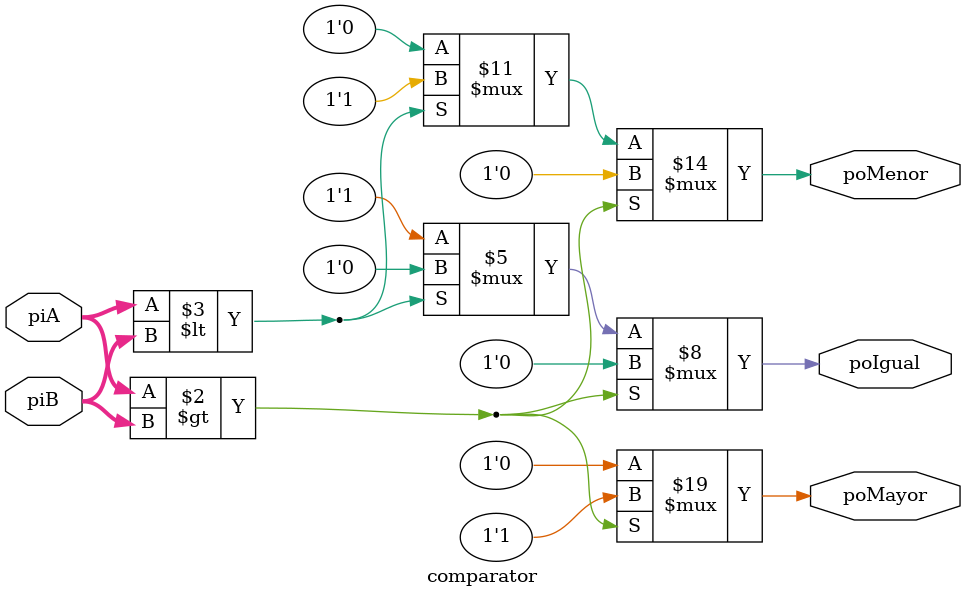
<source format=v>
module comparator #(
    parameter N = 8
) (
    input wire [N-1:0] piA,
    input wire [N-1:0] piB,
    output reg poMayor,
    output reg poMenor,
    output reg poIgual
);

always @(*) begin
  
    if(piA > piB) begin
        poMayor <= 1;
        poMenor <= 0;
        poIgual <= 0;
    end
    else if(piA < piB) begin
        poMayor <= 0;
        poMenor <= 1;
        poIgual <= 0;
    end
    else begin
        poMayor <= 0;
        poMenor <= 0;
        poIgual <= 1;
    end


end

endmodule
</source>
